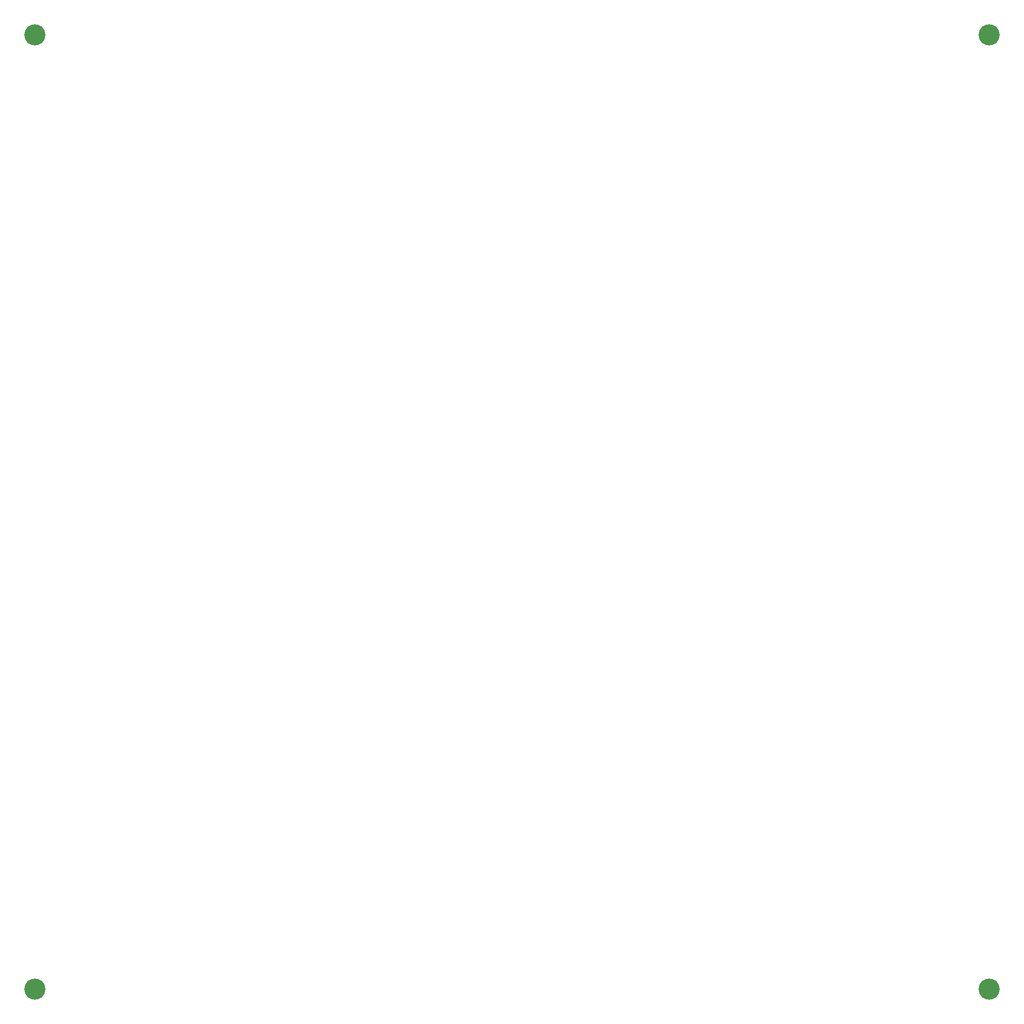
<source format=gbr>
%FSLAX34Y34*%
%MOMM*%
%LNCOPPER_TOP*%
G71*
G01*
%ADD10C, 4.20*%
%LPD*%
X48430Y-1951600D02*
G54D10*
D03*
X1948425Y-1951600D02*
G54D10*
D03*
X1948425Y-51600D02*
G54D10*
D03*
X48425Y-51600D02*
G54D10*
D03*
M02*

</source>
